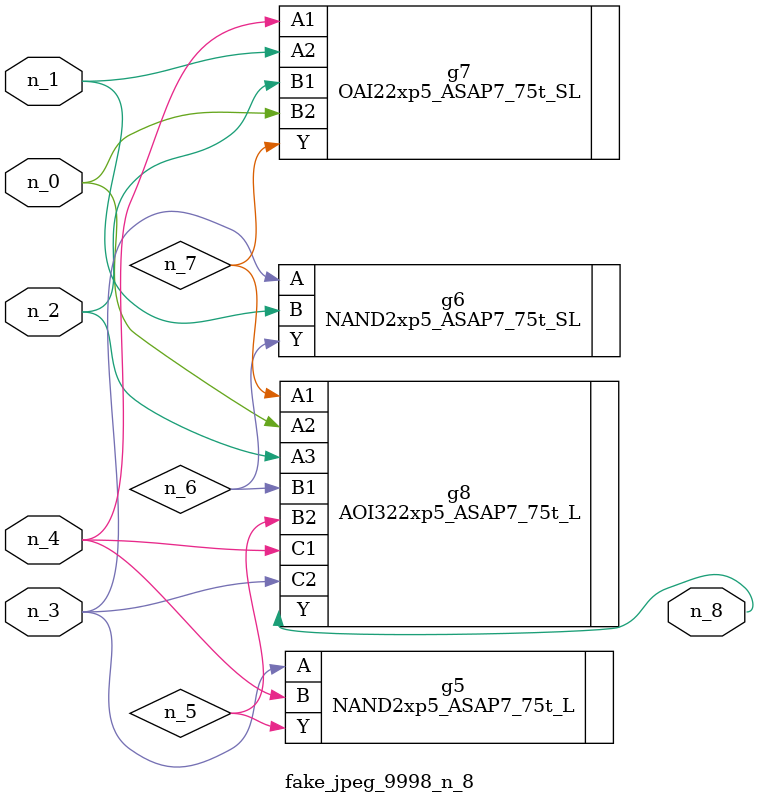
<source format=v>
module fake_jpeg_9998_n_8 (n_3, n_2, n_1, n_0, n_4, n_8);

input n_3;
input n_2;
input n_1;
input n_0;
input n_4;

output n_8;

wire n_6;
wire n_5;
wire n_7;

NAND2xp5_ASAP7_75t_L g5 ( 
.A(n_3),
.B(n_4),
.Y(n_5)
);

NAND2xp5_ASAP7_75t_SL g6 ( 
.A(n_3),
.B(n_1),
.Y(n_6)
);

OAI22xp5_ASAP7_75t_SL g7 ( 
.A1(n_4),
.A2(n_1),
.B1(n_2),
.B2(n_0),
.Y(n_7)
);

AOI322xp5_ASAP7_75t_L g8 ( 
.A1(n_7),
.A2(n_0),
.A3(n_2),
.B1(n_6),
.B2(n_5),
.C1(n_4),
.C2(n_3),
.Y(n_8)
);


endmodule
</source>
